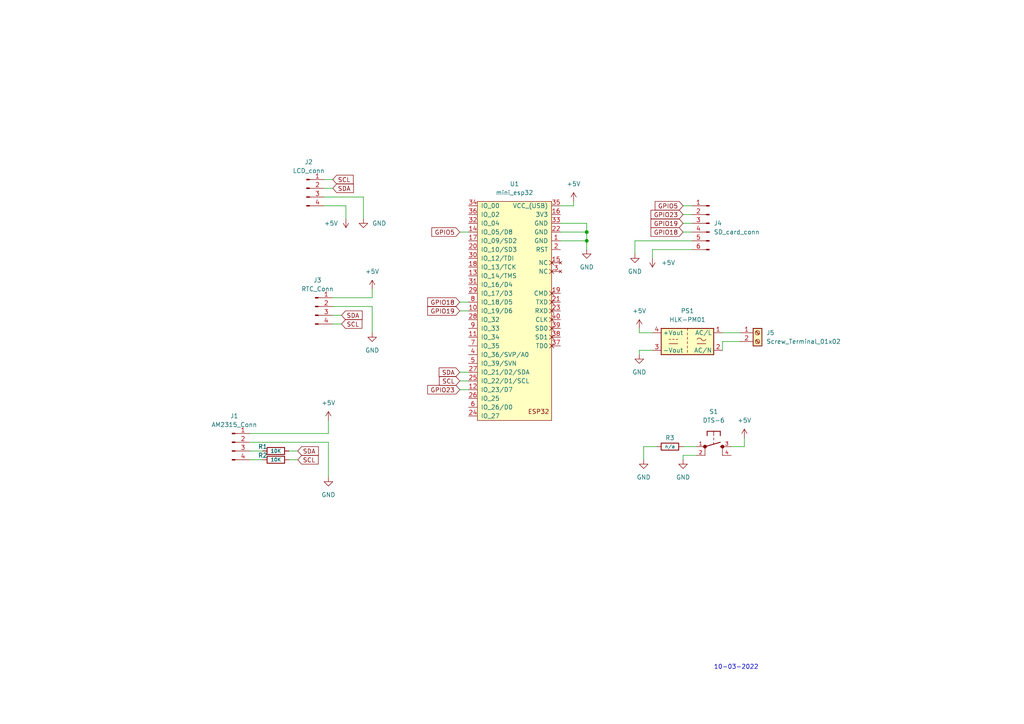
<source format=kicad_sch>
(kicad_sch (version 20211123) (generator eeschema)
  (paper "A4")
  (lib_symbols
    (symbol "Connector:Conn_01x04_Male" (pin_names (offset 1.016) hide)
      (property "Reference" "J" (at 0 5.08 0))
      (property "Value" "Conn_01x04_Male" (at 0 -7.62 0))
      (symbol "Conn_01x04_Male_1_1"
        (polyline (pts (xy 1.27 -5.08) (xy 0.8636 -5.08)) (stroke (width 0.1524)))
        (polyline (pts (xy 1.27 -2.54) (xy 0.8636 -2.54)) (stroke (width 0.1524)))
        (polyline (pts (xy 1.27 0) (xy 0.8636 0)) (stroke (width 0.1524)))
        (polyline (pts (xy 1.27 2.54) (xy 0.8636 2.54)) (stroke (width 0.1524)))
        (rectangle (start 0.8636 -4.953) (end 0 -5.207) (stroke (width 0.1524)) (fill (type outline)))
        (rectangle (start 0.8636 -2.413) (end 0 -2.667) (stroke (width 0.1524)) (fill (type outline)))
        (rectangle (start 0.8636 0.127) (end 0 -0.127) (stroke (width 0.1524)) (fill (type outline)))
        (rectangle (start 0.8636 2.667) (end 0 2.413) (stroke (width 0.1524)) (fill (type outline)))
        (pin passive line (at 5.08 2.54 180) (length 3.81) (name "Pin_1") (number "1"))
        (pin passive line (at 5.08 0 180) (length 3.81) (name "Pin_2") (number "2"))
        (pin passive line (at 5.08 -2.54 180) (length 3.81) (name "Pin_3") (number "3"))
        (pin passive line (at 5.08 -5.08 180) (length 3.81) (name "Pin_4") (number "4"))
      )
    )
    (symbol "Connector:Conn_01x06_Male" (pin_names (offset 1.016) hide)
      (property "Reference" "J" (at 0 7.62 0))
      (property "Value" "Conn_01x06_Male" (at 0 -10.16 0))
      (symbol "Conn_01x06_Male_1_1"
        (polyline (pts (xy 1.27 -7.62) (xy 0.8636 -7.62)) (stroke (width 0.1524)))
        (polyline (pts (xy 1.27 -5.08) (xy 0.8636 -5.08)) (stroke (width 0.1524)))
        (polyline (pts (xy 1.27 -2.54) (xy 0.8636 -2.54)) (stroke (width 0.1524)))
        (polyline (pts (xy 1.27 0) (xy 0.8636 0)) (stroke (width 0.1524)))
        (polyline (pts (xy 1.27 2.54) (xy 0.8636 2.54)) (stroke (width 0.1524)))
        (polyline (pts (xy 1.27 5.08) (xy 0.8636 5.08)) (stroke (width 0.1524)))
        (rectangle (start 0.8636 -7.493) (end 0 -7.747) (stroke (width 0.1524)) (fill (type outline)))
        (rectangle (start 0.8636 -4.953) (end 0 -5.207) (stroke (width 0.1524)) (fill (type outline)))
        (rectangle (start 0.8636 -2.413) (end 0 -2.667) (stroke (width 0.1524)) (fill (type outline)))
        (rectangle (start 0.8636 0.127) (end 0 -0.127) (stroke (width 0.1524)) (fill (type outline)))
        (rectangle (start 0.8636 2.667) (end 0 2.413) (stroke (width 0.1524)) (fill (type outline)))
        (rectangle (start 0.8636 5.207) (end 0 4.953) (stroke (width 0.1524)) (fill (type outline)))
        (pin passive line (at 5.08 5.08 180) (length 3.81) (name "Pin_1") (number "1"))
        (pin passive line (at 5.08 2.54 180) (length 3.81) (name "Pin_2") (number "2"))
        (pin passive line (at 5.08 0 180) (length 3.81) (name "Pin_3") (number "3"))
        (pin passive line (at 5.08 -2.54 180) (length 3.81) (name "Pin_4") (number "4"))
        (pin passive line (at 5.08 -5.08 180) (length 3.81) (name "Pin_5") (number "5"))
        (pin passive line (at 5.08 -7.62 180) (length 3.81) (name "Pin_6") (number "6"))
      )
    )
    (symbol "Connector:Screw_Terminal_01x02" (pin_names (offset 1.016) hide)
      (property "Reference" "J" (at 0 2.54 0))
      (property "Value" "Screw_Terminal_01x02" (at 0 -5.08 0))
      (symbol "Screw_Terminal_01x02_1_1"
        (rectangle (start -1.27 1.27) (end 1.27 -3.81) (stroke (width 0.254)) (fill (type background)))
        (circle (center 0 -2.54) (radius 0.635) (stroke (width 0.1524)))
        (polyline (pts (xy -0.5334 -2.2098) (xy 0.3302 -3.048)) (stroke (width 0.1524)))
        (polyline (pts (xy -0.5334 0.3302) (xy 0.3302 -0.508)) (stroke (width 0.1524)))
        (polyline (pts (xy -0.3556 -2.032) (xy 0.508 -2.8702)) (stroke (width 0.1524)))
        (polyline (pts (xy -0.3556 0.508) (xy 0.508 -0.3302)) (stroke (width 0.1524)))
        (circle (center 0 0) (radius 0.635) (stroke (width 0.1524)))
        (pin passive line (at -5.08 0 0) (length 3.81) (name "Pin_1") (number "1"))
        (pin passive line (at -5.08 -2.54 0) (length 3.81) (name "Pin_2") (number "2"))
      )
    )
    (symbol "Converter_ACDC:HLK-PM01"
      (property "Reference" "PS" (at 0 5.08 0))
      (property "Value" "HLK-PM01" (at 0 -5.08 0))
      (symbol "HLK-PM01_0_1"
        (rectangle (start -7.62 3.81) (end 7.62 -3.81) (stroke (width 0.254)) (fill (type background)))
        (arc (start -5.334 0.635) (mid -4.699 0.2495) (end -4.064 0.635))
        (arc (start -2.794 0.635) (mid -3.429 1.0072) (end -4.064 0.635))
        (polyline (pts (xy -5.334 -0.635) (xy -2.794 -0.635)))
        (polyline (pts (xy 0 -2.54) (xy 0 -3.175)))
        (polyline (pts (xy 0 -1.27) (xy 0 -1.905)))
        (polyline (pts (xy 0 0) (xy 0 -0.635)))
        (polyline (pts (xy 0 1.27) (xy 0 0.635)))
        (polyline (pts (xy 0 2.54) (xy 0 1.905)))
        (polyline (pts (xy 0 3.81) (xy 0 3.175)))
        (polyline (pts (xy 2.794 -0.635) (xy 5.334 -0.635)))
        (polyline (pts (xy 2.794 0.635) (xy 3.302 0.635)))
        (polyline (pts (xy 3.81 0.635) (xy 4.318 0.635)))
        (polyline (pts (xy 4.826 0.635) (xy 5.334 0.635)))
      )
      (symbol "HLK-PM01_1_1"
        (pin power_in line (at -10.16 2.54 0) (length 2.54) (name "AC/L") (number "1"))
        (pin power_in line (at -10.16 -2.54 0) (length 2.54) (name "AC/N") (number "2"))
        (pin power_out line (at 10.16 -2.54 180) (length 2.54) (name "-Vout") (number "3"))
        (pin power_out line (at 10.16 2.54 180) (length 2.54) (name "+Vout") (number "4"))
      )
    )
    (symbol "DTS-6:DTS-6" (pin_names (offset 1.016) hide)
      (property "Reference" "S" (at -6.35 -2.54 90))
      (property "Value" "DTS-6" (at -3.81 3.175 90))
      (symbol "DTS-6_0_0"
        (circle (center 0 -2.54) (radius 0.127) (stroke (width 0.4064)))
        (polyline (pts (xy -4.445 -1.905) (xy -3.175 -1.905)) (stroke (width 0.254)))
        (polyline (pts (xy -4.445 0) (xy -4.445 -1.905)) (stroke (width 0.254)))
        (polyline (pts (xy -4.445 0) (xy -3.175 0)) (stroke (width 0.1524)))
        (polyline (pts (xy -4.445 1.905) (xy -4.445 0)) (stroke (width 0.254)))
        (polyline (pts (xy -4.445 1.905) (xy -3.175 1.905)) (stroke (width 0.254)))
        (polyline (pts (xy -2.54 0) (xy -1.905 0)) (stroke (width 0.1524)))
        (polyline (pts (xy -1.27 0) (xy -0.635 0)) (stroke (width 0.1524)))
        (polyline (pts (xy 0 -2.54) (xy -1.27 1.905)) (stroke (width 0.254)))
        (polyline (pts (xy 0 1.905) (xy 0 2.54)) (stroke (width 0.254)))
        (polyline (pts (xy 2.54 -2.54) (xy 0 -2.54)) (stroke (width 0.1524)))
        (polyline (pts (xy 2.54 2.54) (xy 0 2.54)) (stroke (width 0.1524)))
        (circle (center 0 2.54) (radius 0.127) (stroke (width 0.4064)))
        (pin passive line (at 0 -5.08 90) (length 2.54) (name "~") (number "1"))
        (pin passive line (at 2.54 -5.08 90) (length 2.54) (name "~") (number "2"))
        (pin passive line (at 0 5.08 270) (length 2.54) (name "~") (number "3"))
        (pin passive line (at 2.54 5.08 270) (length 2.54) (name "~") (number "4"))
      )
    )
    (symbol "Device:R" (pin_numbers hide) (pin_names (offset 0))
      (property "Reference" "R" (at 2.032 0 90))
      (property "Value" "R" (at 0 0 90))
      (symbol "R_0_1"
        (rectangle (start -1.016 -2.54) (end 1.016 2.54) (stroke (width 0.254)))
      )
      (symbol "R_1_1"
        (pin passive line (at 0 3.81 270) (length 1.27) (name "~") (number "1"))
        (pin passive line (at 0 -3.81 90) (length 1.27) (name "~") (number "2"))
      )
    )
    (symbol "ESP32_mini:mini_esp32" (pin_names (offset 1.016))
      (property "Reference" "U" (at -7.62 -50.8 0))
      (property "Value" "mini_esp32" (at 5.08 -59.69 0))
      (symbol "mini_esp32_0_0"
        (text "ESP32" (at 7.62 -62.23 0) (effects (font (size 1.27 1.27))))
        (pin power_in line (at 13.97 -12.7 180) (length 2.54) (name "GND") (number "1"))
        (pin input line (at 13.97 -15.24 180) (length 2.54) (name "RST") (number "2"))
        (pin no_connect non_logic (at 13.97 -21.59 180) (length 2.54) (name "NC") (number "3"))
        (pin bidirectional line (at -12.7 -45.72 0) (length 2.54) (name "IO_36/SVP/A0") (number "4"))
        (pin bidirectional line (at -12.7 -48.26 0) (length 2.54) (name "IO_39/SVN") (number "5"))
      )
      (symbol "mini_esp32_0_1"
        (rectangle (start -10.16 -1.27) (end 11.43 -64.77) (fill (type background)))
      )
      (symbol "mini_esp32_1_1"
        (pin bidirectional line (at -12.7 -33.02 0) (length 2.54) (name "IO_19/D6") (number "10"))
        (pin bidirectional line (at -12.7 -40.64 0) (length 2.54) (name "IO_34") (number "11"))
        (pin bidirectional line (at -12.7 -55.88 0) (length 2.54) (name "IO_23/D7") (number "12"))
        (pin bidirectional line (at -12.7 -22.86 0) (length 2.54) (name "IO_14/TMS") (number "13"))
        (pin bidirectional line (at -12.7 -10.16 0) (length 2.54) (name "IO_05/D8") (number "14"))
        (pin no_connect non_logic (at 13.97 -19.05 180) (length 2.54) (name "NC") (number "15"))
        (pin power_in line (at 13.97 -5.08 180) (length 2.54) (name "3V3") (number "16"))
        (pin bidirectional line (at -12.7 -12.7 0) (length 2.54) (name "IO_09/SD2") (number "17"))
        (pin bidirectional line (at -12.7 -20.32 0) (length 2.54) (name "IO_13/TCK") (number "18"))
        (pin passive non_logic (at 13.97 -27.94 180) (length 2.54) (name "CMD") (number "19"))
        (pin bidirectional line (at -12.7 -15.24 0) (length 2.54) (name "IO_10/SD3") (number "20"))
        (pin passive non_logic (at 13.97 -30.48 180) (length 2.54) (name "TXD") (number "21"))
        (pin power_in line (at 13.97 -10.16 180) (length 2.54) (name "GND") (number "22"))
        (pin passive non_logic (at 13.97 -33.02 180) (length 2.54) (name "RXD") (number "23"))
        (pin bidirectional line (at -12.7 -63.5 0) (length 2.54) (name "IO_27") (number "24"))
        (pin bidirectional line (at -12.7 -53.34 0) (length 2.54) (name "IO_22/D1/SCL") (number "25"))
        (pin bidirectional line (at -12.7 -58.42 0) (length 2.54) (name "IO_25") (number "26"))
        (pin bidirectional line (at -12.7 -50.8 0) (length 2.54) (name "IO_21/D2/SDA") (number "27"))
        (pin bidirectional line (at -12.7 -35.56 0) (length 2.54) (name "IO_32") (number "28"))
        (pin bidirectional line (at -12.7 -27.94 0) (length 2.54) (name "IO_17/D3") (number "29"))
        (pin bidirectional line (at -12.7 -17.78 0) (length 2.54) (name "IO_12/TDI") (number "30"))
        (pin bidirectional line (at -12.7 -25.4 0) (length 2.54) (name "IO_16/D4") (number "31"))
        (pin bidirectional line (at -12.7 -7.62 0) (length 2.54) (name "IO_04") (number "32"))
        (pin power_in line (at 13.97 -7.62 180) (length 2.54) (name "GND") (number "33"))
        (pin bidirectional line (at -12.7 -2.54 0) (length 2.54) (name "IO_00") (number "34"))
        (pin power_in line (at 13.97 -2.54 180) (length 2.54) (name "VCC_(USB)") (number "35"))
        (pin bidirectional line (at -12.7 -5.08 0) (length 2.54) (name "IO_02") (number "36"))
        (pin passive non_logic (at 13.97 -43.18 180) (length 2.54) (name "TD0") (number "37"))
        (pin passive non_logic (at 13.97 -40.64 180) (length 2.54) (name "SD1") (number "38"))
        (pin passive non_logic (at 13.97 -38.1 180) (length 2.54) (name "SD0") (number "39"))
        (pin passive non_logic (at 13.97 -35.56 180) (length 2.54) (name "CLK") (number "40"))
        (pin bidirectional line (at -12.7 -60.96 0) (length 2.54) (name "IO_26/D0") (number "6"))
        (pin bidirectional line (at -12.7 -43.18 0) (length 2.54) (name "IO_35") (number "7"))
        (pin bidirectional line (at -12.7 -30.48 0) (length 2.54) (name "IO_18/D5") (number "8"))
        (pin bidirectional line (at -12.7 -38.1 0) (length 2.54) (name "IO_33") (number "9"))
      )
    )
    (symbol "power:+5V" (power) (pin_names (offset 0))
      (property "Value" "+5V" (at 0 3.556 0))
      (symbol "+5V_0_1"
        (polyline (pts (xy -0.762 1.27) (xy 0 2.54)))
        (polyline (pts (xy 0 0) (xy 0 2.54)))
        (polyline (pts (xy 0 2.54) (xy 0.762 1.27)))
      )
      (symbol "+5V_1_1"
        (pin power_in line (at 0 0 90) (length 0) hide (name "+5V") (number "1"))
      )
    )
    (symbol "power:GND" (power) (pin_names (offset 0))
      (property "Value" "GND" (at 0 -3.81 0))
      (symbol "GND_0_1"
        (polyline (pts (xy 0 0) (xy 0 -1.27) (xy 1.27 -1.27) (xy 0 -2.54) (xy -1.27 -1.27) (xy 0 -1.27)))
      )
      (symbol "GND_1_1"
        (pin power_in line (at 0 0 270) (length 0) hide (name "GND") (number "1"))
      )
    )
  )
  (junction (at 170.18 67.31))
  (junction (at 170.18 69.85))
  (wire (pts (xy 133.35 110.49) (xy 135.89 110.49)))
  (wire (pts (xy 107.95 83.82) (xy 107.95 86.36)))
  (wire (pts (xy 95.25 138.43) (xy 95.25 128.27)))
  (wire (pts (xy 95.25 121.92) (xy 95.25 125.73)))
  (wire (pts (xy 166.37 59.69) (xy 162.56 59.69)))
  (wire (pts (xy 198.12 67.31) (xy 200.66 67.31)))
  (wire (pts (xy 133.35 113.03) (xy 135.89 113.03)))
  (wire (pts (xy 209.55 99.06) (xy 209.55 101.6)))
  (wire (pts (xy 170.18 67.31) (xy 170.18 69.85)))
  (wire (pts (xy 215.9 129.54) (xy 212.09 129.54)))
  (wire (pts (xy 86.36 133.35) (xy 83.82 133.35)))
  (wire (pts (xy 185.42 95.25) (xy 185.42 96.52)))
  (wire (pts (xy 96.52 88.9) (xy 107.95 88.9)))
  (wire (pts (xy 162.56 67.31) (xy 170.18 67.31)))
  (wire (pts (xy 189.23 74.93) (xy 189.23 72.39)))
  (wire (pts (xy 184.15 73.66) (xy 184.15 69.85)))
  (wire (pts (xy 107.95 88.9) (xy 107.95 96.52)))
  (wire (pts (xy 107.95 86.36) (xy 96.52 86.36)))
  (wire (pts (xy 166.37 58.42) (xy 166.37 59.69)))
  (wire (pts (xy 100.33 59.69) (xy 93.98 59.69)))
  (wire (pts (xy 93.98 57.15) (xy 105.41 57.15)))
  (wire (pts (xy 186.69 129.54) (xy 190.5 129.54)))
  (wire (pts (xy 96.52 54.61) (xy 93.98 54.61)))
  (wire (pts (xy 201.93 129.54) (xy 198.12 129.54)))
  (wire (pts (xy 185.42 96.52) (xy 189.23 96.52)))
  (wire (pts (xy 209.55 96.52) (xy 214.63 96.52)))
  (wire (pts (xy 133.35 87.63) (xy 135.89 87.63)))
  (wire (pts (xy 72.39 130.81) (xy 76.2 130.81)))
  (wire (pts (xy 86.36 130.81) (xy 83.82 130.81)))
  (wire (pts (xy 133.35 67.31) (xy 135.89 67.31)))
  (wire (pts (xy 162.56 64.77) (xy 170.18 64.77)))
  (wire (pts (xy 96.52 52.07) (xy 93.98 52.07)))
  (wire (pts (xy 95.25 128.27) (xy 72.39 128.27)))
  (wire (pts (xy 198.12 62.23) (xy 200.66 62.23)))
  (wire (pts (xy 170.18 69.85) (xy 170.18 72.39)))
  (wire (pts (xy 72.39 133.35) (xy 76.2 133.35)))
  (wire (pts (xy 170.18 64.77) (xy 170.18 67.31)))
  (wire (pts (xy 99.06 93.98) (xy 96.52 93.98)))
  (wire (pts (xy 95.25 125.73) (xy 72.39 125.73)))
  (wire (pts (xy 185.42 102.87) (xy 185.42 101.6)))
  (wire (pts (xy 214.63 99.06) (xy 209.55 99.06)))
  (wire (pts (xy 133.35 90.17) (xy 135.89 90.17)))
  (wire (pts (xy 186.69 129.54) (xy 186.69 133.35)))
  (wire (pts (xy 198.12 132.08) (xy 198.12 133.35)))
  (wire (pts (xy 133.35 107.95) (xy 135.89 107.95)))
  (wire (pts (xy 184.15 69.85) (xy 200.66 69.85)))
  (wire (pts (xy 198.12 64.77) (xy 200.66 64.77)))
  (wire (pts (xy 189.23 72.39) (xy 200.66 72.39)))
  (wire (pts (xy 201.93 132.08) (xy 198.12 132.08)))
  (wire (pts (xy 198.12 59.69) (xy 200.66 59.69)))
  (wire (pts (xy 215.9 127) (xy 215.9 129.54)))
  (wire (pts (xy 100.33 63.5) (xy 100.33 59.69)))
  (wire (pts (xy 105.41 57.15) (xy 105.41 63.5)))
  (wire (pts (xy 162.56 69.85) (xy 170.18 69.85)))
  (wire (pts (xy 185.42 101.6) (xy 189.23 101.6)))
  (wire (pts (xy 99.06 91.44) (xy 96.52 91.44)))
  (text "10-03-2022" (at 207.01 194.31 0) (effects (font (size 1.27 1.27)) (justify left bottom)))
  (global_label "SCL" (shape input) (at 99.06 93.98 0) (property "Intersheet References" "${INTERSHEET_REFS}" (effects hide)))
  (global_label "GPIO5" (shape input) (at 133.35 67.31 180) (property "Intersheet References" "${INTERSHEET_REFS}" (effects hide)))
  (global_label "SDA" (shape input) (at 86.36 130.81 0) (property "Intersheet References" "${INTERSHEET_REFS}" (effects hide)))
  (global_label "SCL" (shape input) (at 133.35 110.49 180) (property "Intersheet References" "${INTERSHEET_REFS}" (effects hide)))
  (global_label "SDA" (shape input) (at 96.52 54.61 0) (property "Intersheet References" "${INTERSHEET_REFS}" (effects hide)))
  (global_label "GPIO18" (shape input) (at 133.35 87.63 180) (property "Intersheet References" "${INTERSHEET_REFS}" (effects hide)))
  (global_label "GPIO19" (shape input) (at 133.35 90.17 180) (property "Intersheet References" "${INTERSHEET_REFS}" (effects hide)))
  (global_label "SDA" (shape input) (at 133.35 107.95 180) (property "Intersheet References" "${INTERSHEET_REFS}" (effects hide)))
  (global_label "GPIO23" (shape input) (at 198.12 62.23 180) (property "Intersheet References" "${INTERSHEET_REFS}" (effects hide)))
  (global_label "GPIO18" (shape input) (at 198.12 67.31 180) (property "Intersheet References" "${INTERSHEET_REFS}" (effects hide)))
  (global_label "GPIO23" (shape input) (at 133.35 113.03 180) (property "Intersheet References" "${INTERSHEET_REFS}" (effects hide)))
  (global_label "GPIO5" (shape input) (at 198.12 59.69 180) (property "Intersheet References" "${INTERSHEET_REFS}" (effects hide)))
  (global_label "SDA" (shape input) (at 99.06 91.44 0) (property "Intersheet References" "${INTERSHEET_REFS}" (effects hide)))
  (global_label "SCL" (shape input) (at 96.52 52.07 0) (property "Intersheet References" "${INTERSHEET_REFS}" (effects hide)))
  (global_label "GPIO19" (shape input) (at 198.12 64.77 180) (property "Intersheet References" "${INTERSHEET_REFS}" (effects hide)))
  (global_label "SCL" (shape input) (at 86.36 133.35 0) (property "Intersheet References" "${INTERSHEET_REFS}" (effects hide)))
  (symbol (lib_id "power:+5V") (at 189.23 74.93 180) (unit 1)
    (property "Reference" "#PWR0107" (effects hide))
    (property "Value" "+5V" (at 191.77 76.1999 0) (effects (justify right)))
  )
  (symbol (lib_id "Connector:Conn_01x04_Male") (at 67.31 128.27 0) (unit 1)
    (property "Reference" "J1" (at 67.945 120.65 0))
    (property "Value" "AM2315_Conn" (at 67.945 123.19 0))
    (property "Footprint" "Connector_JST:JST_EH_B4B-EH-A_1x04_P2.50mm_Vertical" (effects hide))
  )
  (symbol (lib_id "DTS-6:DTS-6") (at 207.01 129.54 270) (unit 1)
    (property "Reference" "S1" (at 207.01 119.38 90))
    (property "Value" "DTS-6" (at 207.01 121.92 90))
    (property "Footprint" "Lib_Kicad:DTS-6" (effects hide))
    (property "Package" "None" (effects hide))
    (property "MP" "DTS6" (effects hide))
    (property "Description" "\\nTactile Switch SPST-NO Top Actuated Through Hole\\n" (effects hide))
    (property "Purchase-URL" "https://pricing.snapeda.com/search/part/DTS6/?ref=eda" (effects hide))
    (property "MF" "APEM Inc." (effects hide))
    (property "Price" "None" (effects hide))
    (property "Availability" "In Stock" (effects hide))
  )
  (symbol (lib_id "power:GND") (at 198.12 133.35 0) (unit 1)
    (property "Reference" "#PWR?" (effects hide))
    (property "Value" "GND" (at 198.12 138.43 0))
  )
  (symbol (lib_id "power:+5V") (at 95.25 121.92 0) (unit 1)
    (property "Reference" "#PWR0105" (effects hide))
    (property "Value" "+5V" (at 95.25 116.84 0))
  )
  (symbol (lib_id "power:GND") (at 184.15 73.66 0) (unit 1)
    (property "Reference" "#PWR0108" (effects hide))
    (property "Value" "GND" (at 184.15 78.74 0))
  )
  (symbol (lib_id "Converter_ACDC:HLK-PM01") (at 199.39 99.06 0) (mirror y) (unit 1)
    (property "Reference" "PS1" (at 199.39 90.17 0))
    (property "Value" "HLK-PM01" (at 199.39 92.71 0))
    (property "Footprint" "Converter_ACDC:Converter_ACDC_HiLink_HLK-PMxx" (effects hide))
    (property "Datasheet" "http://www.hlktech.net/product_detail.php?ProId=54" (effects hide))
  )
  (symbol (lib_id "Device:R") (at 80.01 133.35 90) (unit 1)
    (property "Reference" "R2" (at 76.2 132.08 90))
    (property "Value" "10K" (at 80.01 133.35 90) (effects (font (size 1 1))))
    (property "Footprint" "Resistor_THT:R_Axial_DIN0207_L6.3mm_D2.5mm_P10.16mm_Horizontal" (effects hide))
  )
  (symbol (lib_id "power:+5V") (at 100.33 63.5 180) (unit 1)
    (property "Reference" "#PWR0103" (effects hide))
    (property "Value" "+5V" (at 93.98 64.77 0) (effects (justify right)))
  )
  (symbol (lib_id "Device:R") (at 194.31 129.54 90) (unit 1)
    (property "Reference" "R3" (at 194.31 127 90))
    (property "Value" "n/a" (at 194.31 129.54 90) (effects (font (size 1 1))))
    (property "Footprint" "Resistor_THT:R_Axial_DIN0207_L6.3mm_D2.5mm_P10.16mm_Horizontal" (effects hide))
  )
  (symbol (lib_id "ESP32_mini:mini_esp32") (at 148.59 57.15 0) (unit 1)
    (property "Reference" "U1" (at 149.225 53.34 0))
    (property "Value" "mini_esp32" (at 149.225 55.88 0))
    (property "Footprint" "Lib_Kicad:ESP32_mini" (effects hide))
  )
  (symbol (lib_id "Device:R") (at 80.01 130.81 90) (unit 1)
    (property "Reference" "R1" (at 76.2 129.54 90))
    (property "Value" "10K" (at 80.01 130.81 90) (effects (font (size 1 1))))
    (property "Footprint" "Resistor_THT:R_Axial_DIN0207_L6.3mm_D2.5mm_P10.16mm_Horizontal" (effects hide))
  )
  (symbol (lib_id "power:GND") (at 186.69 133.35 0) (unit 1)
    (property "Reference" "#PWR0112" (effects hide))
    (property "Value" "GND" (at 186.69 138.43 0))
  )
  (symbol (lib_id "power:+5V") (at 185.42 95.25 0) (unit 1)
    (property "Reference" "#PWR0110" (effects hide))
    (property "Value" "+5V" (at 185.42 90.17 0))
  )
  (symbol (lib_id "power:GND") (at 105.41 63.5 0) (unit 1)
    (property "Reference" "#PWR0102" (effects hide))
    (property "Value" "GND" (at 107.95 64.7699 0) (effects (justify left)))
  )
  (symbol (lib_id "Connector:Conn_01x06_Male") (at 205.74 64.77 0) (mirror y) (unit 1)
    (property "Reference" "J4" (at 207.01 64.7699 0) (effects (justify right)))
    (property "Value" "SD_card_conn" (at 207.01 67.3099 0) (effects (justify right)))
    (property "Footprint" "Connector_JST:JST_EH_B6B-EH-A_1x06_P2.50mm_Vertical" (effects hide))
  )
  (symbol (lib_id "power:+5V") (at 215.9 127 0) (unit 1)
    (property "Reference" "#PWR0115" (effects hide))
    (property "Value" "+5V" (at 215.9 121.92 0))
  )
  (symbol (lib_id "power:GND") (at 185.42 102.87 0) (unit 1)
    (property "Reference" "#PWR0111" (effects hide))
    (property "Value" "GND" (at 185.42 107.95 0))
  )
  (symbol (lib_id "power:GND") (at 107.95 96.52 0) (unit 1)
    (property "Reference" "#PWR0104" (effects hide))
    (property "Value" "GND" (at 107.95 101.6 0))
  )
  (symbol (lib_id "power:+5V") (at 107.95 83.82 0) (unit 1)
    (property "Reference" "#PWR0101" (effects hide))
    (property "Value" "+5V" (at 107.95 78.74 0))
  )
  (symbol (lib_id "power:GND") (at 95.25 138.43 0) (unit 1)
    (property "Reference" "#PWR0106" (effects hide))
    (property "Value" "GND" (at 95.25 143.51 0))
  )
  (symbol (lib_id "Connector:Conn_01x04_Male") (at 91.44 88.9 0) (unit 1)
    (property "Reference" "J3" (at 92.075 81.28 0))
    (property "Value" "RTC_Conn" (at 92.075 83.82 0))
    (property "Footprint" "Connector_JST:JST_EH_B4B-EH-A_1x04_P2.50mm_Vertical" (effects hide))
  )
  (symbol (lib_id "power:+5V") (at 166.37 58.42 0) (unit 1)
    (property "Reference" "#PWR0109" (effects hide))
    (property "Value" "+5V" (at 166.37 53.34 0))
  )
  (symbol (lib_id "Connector:Conn_01x04_Male") (at 88.9 54.61 0) (unit 1)
    (property "Reference" "J2" (at 89.535 46.99 0))
    (property "Value" "LCD_conn" (at 89.535 49.53 0))
    (property "Footprint" "Connector_JST:JST_EH_B4B-EH-A_1x04_P2.50mm_Vertical" (effects hide))
  )
  (symbol (lib_id "Connector:Screw_Terminal_01x02") (at 219.71 96.52 0) (unit 1)
    (property "Reference" "J5" (at 222.25 96.5199 0) (effects (justify left)))
    (property "Value" "Screw_Terminal_01x02" (at 222.25 99.0599 0) (effects (justify left)))
    (property "Footprint" "TerminalBlock_Phoenix:TerminalBlock_Phoenix_MKDS-1,5-2-5.08_1x02_P5.08mm_Horizontal" (effects hide))
  )
  (symbol (lib_id "power:GND") (at 170.18 72.39 0) (unit 1)
    (property "Reference" "#PWR0113" (effects hide))
    (property "Value" "GND" (at 170.18 77.47 0))
  )
)
</source>
